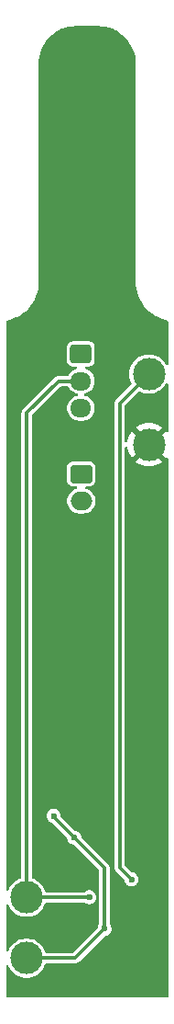
<source format=gbl>
G04 #@! TF.GenerationSoftware,KiCad,Pcbnew,7.0.10*
G04 #@! TF.CreationDate,2024-05-01T16:26:18+02:00*
G04 #@! TF.ProjectId,microscope,6d696372-6f73-4636-9f70-652e6b696361,rev?*
G04 #@! TF.SameCoordinates,Original*
G04 #@! TF.FileFunction,Copper,L2,Bot*
G04 #@! TF.FilePolarity,Positive*
%FSLAX46Y46*%
G04 Gerber Fmt 4.6, Leading zero omitted, Abs format (unit mm)*
G04 Created by KiCad (PCBNEW 7.0.10) date 2024-05-01 16:26:18*
%MOMM*%
%LPD*%
G01*
G04 APERTURE LIST*
G04 Aperture macros list*
%AMRoundRect*
0 Rectangle with rounded corners*
0 $1 Rounding radius*
0 $2 $3 $4 $5 $6 $7 $8 $9 X,Y pos of 4 corners*
0 Add a 4 corners polygon primitive as box body*
4,1,4,$2,$3,$4,$5,$6,$7,$8,$9,$2,$3,0*
0 Add four circle primitives for the rounded corners*
1,1,$1+$1,$2,$3*
1,1,$1+$1,$4,$5*
1,1,$1+$1,$6,$7*
1,1,$1+$1,$8,$9*
0 Add four rect primitives between the rounded corners*
20,1,$1+$1,$2,$3,$4,$5,0*
20,1,$1+$1,$4,$5,$6,$7,0*
20,1,$1+$1,$6,$7,$8,$9,0*
20,1,$1+$1,$8,$9,$2,$3,0*%
G04 Aperture macros list end*
G04 #@! TA.AperFunction,ComponentPad*
%ADD10RoundRect,0.250000X-0.750000X0.600000X-0.750000X-0.600000X0.750000X-0.600000X0.750000X0.600000X0*%
G04 #@! TD*
G04 #@! TA.AperFunction,ComponentPad*
%ADD11O,2.000000X1.700000*%
G04 #@! TD*
G04 #@! TA.AperFunction,ComponentPad*
%ADD12RoundRect,0.250000X-0.725000X0.600000X-0.725000X-0.600000X0.725000X-0.600000X0.725000X0.600000X0*%
G04 #@! TD*
G04 #@! TA.AperFunction,ComponentPad*
%ADD13O,1.950000X1.700000*%
G04 #@! TD*
G04 #@! TA.AperFunction,ComponentPad*
%ADD14C,3.000000*%
G04 #@! TD*
G04 #@! TA.AperFunction,ViaPad*
%ADD15C,0.600000*%
G04 #@! TD*
G04 #@! TA.AperFunction,Conductor*
%ADD16C,0.350000*%
G04 #@! TD*
G04 APERTURE END LIST*
D10*
X99450000Y-90500000D03*
D11*
X99450000Y-93000000D03*
D12*
X99425000Y-79450000D03*
D13*
X99425000Y-81950000D03*
X99425000Y-84450000D03*
D14*
X94400000Y-135100000D03*
X105700000Y-81300000D03*
X105700000Y-87800000D03*
X94400000Y-129500000D03*
D15*
X96250000Y-133250000D03*
X104500000Y-135000000D03*
X101500000Y-108500000D03*
X101500000Y-95750000D03*
X100000000Y-97000000D03*
X103500000Y-56500000D03*
X103500000Y-63250000D03*
X99500000Y-63250000D03*
X99500000Y-56500000D03*
X98800000Y-124000000D03*
X101600000Y-132400000D03*
X96900000Y-122000000D03*
X104100000Y-127850000D03*
X100200000Y-129500000D03*
D16*
X96900000Y-122000000D02*
X96900000Y-122100000D01*
X101600000Y-126800000D02*
X98800000Y-124000000D01*
X101600000Y-132400000D02*
X101600000Y-126800000D01*
X94400000Y-135100000D02*
X98900000Y-135100000D01*
X96900000Y-122100000D02*
X98800000Y-124000000D01*
X98900000Y-135100000D02*
X101600000Y-132400000D01*
X103000000Y-84000000D02*
X105700000Y-81300000D01*
X103000000Y-126750000D02*
X103000000Y-84000000D01*
X104100000Y-127850000D02*
X103000000Y-126750000D01*
X94400000Y-84900000D02*
X94400000Y-129500000D01*
X99425000Y-81950000D02*
X97350000Y-81950000D01*
X97350000Y-81950000D02*
X94400000Y-84900000D01*
X94400000Y-129500000D02*
X100200000Y-129500000D01*
G04 #@! TA.AperFunction,Conductor*
G36*
X101003032Y-49250648D02*
G01*
X101336929Y-49267052D01*
X101349037Y-49268245D01*
X101452146Y-49283539D01*
X101676699Y-49316849D01*
X101688617Y-49319219D01*
X102009951Y-49399709D01*
X102021588Y-49403240D01*
X102092806Y-49428722D01*
X102333467Y-49514832D01*
X102344688Y-49519479D01*
X102644163Y-49661120D01*
X102654871Y-49666844D01*
X102938988Y-49837137D01*
X102949106Y-49843897D01*
X103215170Y-50041224D01*
X103224576Y-50048944D01*
X103470013Y-50271395D01*
X103478604Y-50279986D01*
X103665755Y-50486475D01*
X103701055Y-50525423D01*
X103708775Y-50534829D01*
X103906102Y-50800893D01*
X103912862Y-50811011D01*
X104041776Y-51026092D01*
X104083148Y-51095116D01*
X104088885Y-51105848D01*
X104230514Y-51405297D01*
X104235170Y-51416540D01*
X104346759Y-51728411D01*
X104350292Y-51740055D01*
X104430777Y-52061369D01*
X104433151Y-52073305D01*
X104481754Y-52400962D01*
X104482947Y-52413071D01*
X104499351Y-52746966D01*
X104499500Y-52753051D01*
X104499500Y-72915460D01*
X104499510Y-72915746D01*
X104499542Y-73053847D01*
X104499542Y-73053848D01*
X104535795Y-73408699D01*
X104607920Y-73757999D01*
X104607924Y-73758016D01*
X104715184Y-74098200D01*
X104854249Y-74420589D01*
X104856463Y-74425720D01*
X104856469Y-74425733D01*
X105030293Y-74737179D01*
X105030296Y-74737183D01*
X105030298Y-74737187D01*
X105234888Y-75029373D01*
X105234893Y-75029379D01*
X105234894Y-75029380D01*
X105468118Y-75299254D01*
X105727558Y-75544024D01*
X105727564Y-75544029D01*
X106010540Y-75761164D01*
X106010552Y-75761173D01*
X106314125Y-75948420D01*
X106314151Y-75948434D01*
X106635169Y-76103850D01*
X106635176Y-76103853D01*
X106635183Y-76103856D01*
X106752912Y-76146737D01*
X106764567Y-76150982D01*
X106765396Y-76151318D01*
X106769129Y-76152676D01*
X106769130Y-76152677D01*
X107418409Y-76388978D01*
X107474673Y-76430402D01*
X107499610Y-76495670D01*
X107500000Y-76505500D01*
X107500000Y-80353917D01*
X107480315Y-80420956D01*
X107427511Y-80466711D01*
X107358353Y-80476655D01*
X107294797Y-80447630D01*
X107268613Y-80415917D01*
X107264814Y-80409338D01*
X107191815Y-80282898D01*
X107023561Y-80071915D01*
X107023560Y-80071914D01*
X107023557Y-80071910D01*
X106825741Y-79888365D01*
X106602775Y-79736349D01*
X106602769Y-79736346D01*
X106602768Y-79736345D01*
X106602767Y-79736344D01*
X106359643Y-79619263D01*
X106359645Y-79619263D01*
X106101773Y-79539720D01*
X106101767Y-79539718D01*
X105834936Y-79499500D01*
X105834929Y-79499500D01*
X105565071Y-79499500D01*
X105565063Y-79499500D01*
X105298232Y-79539718D01*
X105298226Y-79539720D01*
X105040358Y-79619262D01*
X104797230Y-79736346D01*
X104574258Y-79888365D01*
X104376442Y-80071910D01*
X104208185Y-80282898D01*
X104073258Y-80516599D01*
X104073256Y-80516603D01*
X103974666Y-80767804D01*
X103974664Y-80767811D01*
X103914616Y-81030898D01*
X103894451Y-81299995D01*
X103894451Y-81300004D01*
X103914616Y-81569101D01*
X103974664Y-81832188D01*
X103974666Y-81832195D01*
X104073256Y-82083396D01*
X104073257Y-82083398D01*
X104088232Y-82109337D01*
X104104702Y-82177237D01*
X104081849Y-82243263D01*
X104068524Y-82259015D01*
X102709345Y-83618194D01*
X102688712Y-83634823D01*
X102685413Y-83636942D01*
X102685406Y-83636949D01*
X102654663Y-83672428D01*
X102648641Y-83678898D01*
X102639718Y-83687821D01*
X102632156Y-83697922D01*
X102626613Y-83704800D01*
X102595872Y-83740278D01*
X102595868Y-83740284D01*
X102594237Y-83743856D01*
X102580725Y-83766629D01*
X102578372Y-83769772D01*
X102578370Y-83769776D01*
X102561960Y-83813771D01*
X102558575Y-83821943D01*
X102539069Y-83864658D01*
X102539068Y-83864661D01*
X102538511Y-83868537D01*
X102531959Y-83894211D01*
X102530589Y-83897883D01*
X102527237Y-83944725D01*
X102526293Y-83953508D01*
X102524500Y-83965984D01*
X102524500Y-83978577D01*
X102524184Y-83987425D01*
X102520833Y-84034268D01*
X102520833Y-84034270D01*
X102521666Y-84038099D01*
X102524500Y-84064458D01*
X102524500Y-126685542D01*
X102521666Y-126711899D01*
X102520833Y-126715725D01*
X102520833Y-126715730D01*
X102524184Y-126762573D01*
X102524500Y-126771421D01*
X102524500Y-126784004D01*
X102524501Y-126784019D01*
X102526293Y-126796494D01*
X102527237Y-126805273D01*
X102530589Y-126852113D01*
X102530591Y-126852122D01*
X102531959Y-126855791D01*
X102538509Y-126881455D01*
X102539067Y-126885337D01*
X102539068Y-126885341D01*
X102539069Y-126885342D01*
X102558581Y-126928068D01*
X102561959Y-126936223D01*
X102578371Y-126980227D01*
X102580718Y-126983362D01*
X102594241Y-127006152D01*
X102595870Y-127009718D01*
X102626625Y-127045211D01*
X102632169Y-127052092D01*
X102639721Y-127062180D01*
X102648638Y-127071097D01*
X102654645Y-127077548D01*
X102685411Y-127113055D01*
X102685413Y-127113056D01*
X102685414Y-127113057D01*
X102685415Y-127113058D01*
X102688704Y-127115172D01*
X102709349Y-127131808D01*
X103416838Y-127839297D01*
X103450323Y-127900620D01*
X103452253Y-127912031D01*
X103463762Y-128006815D01*
X103463763Y-128006821D01*
X103519780Y-128154523D01*
X103609517Y-128284530D01*
X103727760Y-128389283D01*
X103727762Y-128389284D01*
X103867634Y-128462696D01*
X104021014Y-128500500D01*
X104021015Y-128500500D01*
X104178985Y-128500500D01*
X104332365Y-128462696D01*
X104472240Y-128389283D01*
X104590483Y-128284530D01*
X104680220Y-128154523D01*
X104736237Y-128006818D01*
X104755278Y-127850000D01*
X104753979Y-127839297D01*
X104736237Y-127693181D01*
X104714992Y-127637164D01*
X104680220Y-127545477D01*
X104590483Y-127415470D01*
X104472240Y-127310717D01*
X104472238Y-127310716D01*
X104472237Y-127310715D01*
X104332365Y-127237303D01*
X104178986Y-127199500D01*
X104178985Y-127199500D01*
X104173321Y-127199500D01*
X104106282Y-127179815D01*
X104085640Y-127163181D01*
X103511819Y-126589360D01*
X103478334Y-126528037D01*
X103475500Y-126501679D01*
X103475500Y-88136385D01*
X103495185Y-88069346D01*
X103547989Y-88023591D01*
X103617147Y-88013647D01*
X103680703Y-88042672D01*
X103718477Y-88101450D01*
X103720666Y-88110027D01*
X103776109Y-88364895D01*
X103876091Y-88632958D01*
X104013191Y-88884038D01*
X104013196Y-88884046D01*
X104119882Y-89026561D01*
X104119883Y-89026562D01*
X104838348Y-88308096D01*
X104905146Y-88415263D01*
X105045268Y-88562671D01*
X105190085Y-88663467D01*
X104473436Y-89380115D01*
X104615960Y-89486807D01*
X104615961Y-89486808D01*
X104867042Y-89623908D01*
X104867041Y-89623908D01*
X105135104Y-89723890D01*
X105414637Y-89784699D01*
X105699999Y-89805109D01*
X105700001Y-89805109D01*
X105985362Y-89784699D01*
X106264895Y-89723890D01*
X106532958Y-89623908D01*
X106784047Y-89486803D01*
X106926561Y-89380116D01*
X106926562Y-89380115D01*
X106208125Y-88661678D01*
X106274214Y-88624996D01*
X106428531Y-88492520D01*
X106553021Y-88331692D01*
X106563625Y-88310072D01*
X107280115Y-89026562D01*
X107283048Y-89026352D01*
X107332667Y-88989209D01*
X107402359Y-88984225D01*
X107463682Y-89017710D01*
X107497166Y-89079033D01*
X107500000Y-89105391D01*
X107500000Y-138625500D01*
X107480315Y-138692539D01*
X107427511Y-138738294D01*
X107376000Y-138749500D01*
X92624000Y-138749500D01*
X92556961Y-138729815D01*
X92511206Y-138677011D01*
X92500000Y-138625500D01*
X92500000Y-135842507D01*
X92519685Y-135775468D01*
X92572489Y-135729713D01*
X92641647Y-135719769D01*
X92705203Y-135748794D01*
X92739428Y-135797204D01*
X92773254Y-135883392D01*
X92773257Y-135883398D01*
X92908185Y-136117102D01*
X93044080Y-136287509D01*
X93076442Y-136328089D01*
X93263183Y-136501358D01*
X93274259Y-136511635D01*
X93497226Y-136663651D01*
X93740359Y-136780738D01*
X93998228Y-136860280D01*
X93998229Y-136860280D01*
X93998232Y-136860281D01*
X94265063Y-136900499D01*
X94265068Y-136900499D01*
X94265071Y-136900500D01*
X94265072Y-136900500D01*
X94534928Y-136900500D01*
X94534929Y-136900500D01*
X94534936Y-136900499D01*
X94801767Y-136860281D01*
X94801768Y-136860280D01*
X94801772Y-136860280D01*
X95059641Y-136780738D01*
X95302775Y-136663651D01*
X95525741Y-136511635D01*
X95723561Y-136328085D01*
X95891815Y-136117102D01*
X96026743Y-135883398D01*
X96116698Y-135654197D01*
X96159514Y-135598984D01*
X96225384Y-135575683D01*
X96232126Y-135575500D01*
X98835542Y-135575500D01*
X98861898Y-135578333D01*
X98865729Y-135579167D01*
X98912575Y-135575815D01*
X98921423Y-135575500D01*
X98934011Y-135575500D01*
X98946485Y-135573706D01*
X98955266Y-135572761D01*
X99002115Y-135569411D01*
X99005781Y-135568043D01*
X99031469Y-135561487D01*
X99035342Y-135560931D01*
X99078072Y-135541415D01*
X99086207Y-135538045D01*
X99130226Y-135521629D01*
X99133358Y-135519283D01*
X99156158Y-135505756D01*
X99157731Y-135505037D01*
X99159718Y-135504130D01*
X99195206Y-135473378D01*
X99202084Y-135467835D01*
X99212180Y-135460279D01*
X99221098Y-135451360D01*
X99227565Y-135445340D01*
X99263055Y-135414589D01*
X99265171Y-135411295D01*
X99281803Y-135390654D01*
X101585640Y-133086819D01*
X101646963Y-133053334D01*
X101673321Y-133050500D01*
X101678985Y-133050500D01*
X101832365Y-133012696D01*
X101972240Y-132939283D01*
X102090483Y-132834530D01*
X102180220Y-132704523D01*
X102236237Y-132556818D01*
X102255278Y-132400000D01*
X102252904Y-132380444D01*
X102236237Y-132243181D01*
X102214992Y-132187164D01*
X102180220Y-132095477D01*
X102097450Y-131975563D01*
X102075567Y-131909208D01*
X102075500Y-131905123D01*
X102075500Y-126864458D01*
X102078334Y-126838099D01*
X102079167Y-126834270D01*
X102079166Y-126834269D01*
X102075815Y-126787424D01*
X102075500Y-126778577D01*
X102075500Y-126765990D01*
X102075500Y-126765989D01*
X102073706Y-126753514D01*
X102072762Y-126744735D01*
X102069411Y-126697885D01*
X102068044Y-126694221D01*
X102061487Y-126668530D01*
X102060931Y-126664658D01*
X102041419Y-126621934D01*
X102038042Y-126613783D01*
X102021629Y-126569774D01*
X102019278Y-126566634D01*
X102005756Y-126543844D01*
X102004130Y-126540282D01*
X101973379Y-126504793D01*
X101967825Y-126497900D01*
X101960286Y-126487829D01*
X101960284Y-126487826D01*
X101960279Y-126487820D01*
X101951372Y-126478913D01*
X101945354Y-126472450D01*
X101914589Y-126436945D01*
X101911291Y-126434825D01*
X101890651Y-126418192D01*
X99483160Y-124010701D01*
X99449675Y-123949378D01*
X99447745Y-123937965D01*
X99436237Y-123843181D01*
X99414992Y-123787164D01*
X99380220Y-123695477D01*
X99290483Y-123565470D01*
X99172240Y-123460717D01*
X99172238Y-123460716D01*
X99172237Y-123460715D01*
X99032365Y-123387303D01*
X98878986Y-123349500D01*
X98878985Y-123349500D01*
X98873321Y-123349500D01*
X98806282Y-123329815D01*
X98785640Y-123313181D01*
X97589003Y-122116544D01*
X97555518Y-122055221D01*
X97553588Y-122013915D01*
X97555278Y-122000000D01*
X97536237Y-121843182D01*
X97480220Y-121695477D01*
X97390483Y-121565470D01*
X97272240Y-121460717D01*
X97272238Y-121460716D01*
X97272237Y-121460715D01*
X97132365Y-121387303D01*
X96978986Y-121349500D01*
X96978985Y-121349500D01*
X96821015Y-121349500D01*
X96821014Y-121349500D01*
X96667634Y-121387303D01*
X96527762Y-121460715D01*
X96409516Y-121565471D01*
X96319781Y-121695475D01*
X96319780Y-121695476D01*
X96263762Y-121843181D01*
X96244722Y-121999999D01*
X96244722Y-122000000D01*
X96263762Y-122156818D01*
X96319780Y-122304523D01*
X96409517Y-122434530D01*
X96527760Y-122539283D01*
X96667635Y-122612696D01*
X96730419Y-122628170D01*
X96788427Y-122660886D01*
X98116838Y-123989297D01*
X98150323Y-124050620D01*
X98152253Y-124062031D01*
X98163762Y-124156815D01*
X98163763Y-124156821D01*
X98219780Y-124304523D01*
X98309517Y-124434530D01*
X98427760Y-124539283D01*
X98427762Y-124539284D01*
X98567634Y-124612696D01*
X98721014Y-124650500D01*
X98721015Y-124650500D01*
X98726679Y-124650500D01*
X98793718Y-124670185D01*
X98814360Y-124686819D01*
X101088181Y-126960640D01*
X101121666Y-127021963D01*
X101124500Y-127048321D01*
X101124500Y-131905123D01*
X101104815Y-131972162D01*
X101102550Y-131975563D01*
X101019781Y-132095475D01*
X101019780Y-132095476D01*
X100963763Y-132243178D01*
X100963762Y-132243183D01*
X100952253Y-132337968D01*
X100924630Y-132402145D01*
X100916838Y-132410701D01*
X98739360Y-134588181D01*
X98678037Y-134621666D01*
X98651679Y-134624500D01*
X96232126Y-134624500D01*
X96165087Y-134604815D01*
X96119332Y-134552011D01*
X96116698Y-134545802D01*
X96085102Y-134465298D01*
X96026743Y-134316602D01*
X95891815Y-134082898D01*
X95723561Y-133871915D01*
X95723560Y-133871914D01*
X95723557Y-133871910D01*
X95525741Y-133688365D01*
X95302775Y-133536349D01*
X95302769Y-133536346D01*
X95302768Y-133536345D01*
X95302767Y-133536344D01*
X95059643Y-133419263D01*
X95059645Y-133419263D01*
X94801773Y-133339720D01*
X94801767Y-133339718D01*
X94534936Y-133299500D01*
X94534929Y-133299500D01*
X94265071Y-133299500D01*
X94265063Y-133299500D01*
X93998232Y-133339718D01*
X93998226Y-133339720D01*
X93740358Y-133419262D01*
X93497230Y-133536346D01*
X93274258Y-133688365D01*
X93076442Y-133871910D01*
X92908185Y-134082898D01*
X92773258Y-134316599D01*
X92773256Y-134316603D01*
X92739428Y-134402795D01*
X92696612Y-134458008D01*
X92630741Y-134481309D01*
X92562731Y-134465298D01*
X92514173Y-134415060D01*
X92500000Y-134357492D01*
X92500000Y-130242507D01*
X92519685Y-130175468D01*
X92572489Y-130129713D01*
X92641647Y-130119769D01*
X92705203Y-130148794D01*
X92739428Y-130197204D01*
X92773254Y-130283392D01*
X92773257Y-130283398D01*
X92908185Y-130517102D01*
X93044080Y-130687509D01*
X93076442Y-130728089D01*
X93263183Y-130901358D01*
X93274259Y-130911635D01*
X93497226Y-131063651D01*
X93740359Y-131180738D01*
X93998228Y-131260280D01*
X93998229Y-131260280D01*
X93998232Y-131260281D01*
X94265063Y-131300499D01*
X94265068Y-131300499D01*
X94265071Y-131300500D01*
X94265072Y-131300500D01*
X94534928Y-131300500D01*
X94534929Y-131300500D01*
X94534936Y-131300499D01*
X94801767Y-131260281D01*
X94801768Y-131260280D01*
X94801772Y-131260280D01*
X95059641Y-131180738D01*
X95302775Y-131063651D01*
X95525741Y-130911635D01*
X95723561Y-130728085D01*
X95891815Y-130517102D01*
X96026743Y-130283398D01*
X96116698Y-130054197D01*
X96159514Y-129998984D01*
X96225384Y-129975683D01*
X96232126Y-129975500D01*
X99708736Y-129975500D01*
X99775775Y-129995185D01*
X99790962Y-130006684D01*
X99827759Y-130039282D01*
X99827761Y-130039284D01*
X99967634Y-130112696D01*
X100121014Y-130150500D01*
X100121015Y-130150500D01*
X100278985Y-130150500D01*
X100432365Y-130112696D01*
X100572240Y-130039283D01*
X100690483Y-129934530D01*
X100780220Y-129804523D01*
X100836237Y-129656818D01*
X100855278Y-129500000D01*
X100836237Y-129343182D01*
X100780220Y-129195477D01*
X100690483Y-129065470D01*
X100572240Y-128960717D01*
X100572238Y-128960716D01*
X100572237Y-128960715D01*
X100432365Y-128887303D01*
X100278986Y-128849500D01*
X100278985Y-128849500D01*
X100121015Y-128849500D01*
X100121014Y-128849500D01*
X99967634Y-128887303D01*
X99827761Y-128960715D01*
X99827759Y-128960717D01*
X99790962Y-128993316D01*
X99727729Y-129023037D01*
X99708736Y-129024500D01*
X96232126Y-129024500D01*
X96165087Y-129004815D01*
X96119332Y-128952011D01*
X96116698Y-128945802D01*
X96085102Y-128865298D01*
X96026743Y-128716602D01*
X95891815Y-128482898D01*
X95723561Y-128271915D01*
X95723560Y-128271914D01*
X95723557Y-128271910D01*
X95525741Y-128088365D01*
X95406138Y-128006821D01*
X95302775Y-127936349D01*
X95302769Y-127936346D01*
X95302768Y-127936345D01*
X95302767Y-127936344D01*
X95059643Y-127819263D01*
X95059645Y-127819263D01*
X95011529Y-127804421D01*
X94962949Y-127789436D01*
X94904691Y-127750866D01*
X94876533Y-127686922D01*
X94875500Y-127670946D01*
X94875500Y-93106610D01*
X98149500Y-93106610D01*
X98188679Y-93316198D01*
X98265702Y-93515019D01*
X98377948Y-93696302D01*
X98521593Y-93853872D01*
X98691746Y-93982367D01*
X98882606Y-94077403D01*
X98882608Y-94077403D01*
X98882611Y-94077405D01*
X99087690Y-94135756D01*
X99246806Y-94150500D01*
X99246810Y-94150500D01*
X99653190Y-94150500D01*
X99653194Y-94150500D01*
X99812310Y-94135756D01*
X100017389Y-94077405D01*
X100017393Y-94077403D01*
X100017394Y-94077403D01*
X100208253Y-93982367D01*
X100208253Y-93982366D01*
X100208255Y-93982366D01*
X100378407Y-93853872D01*
X100522052Y-93696302D01*
X100634298Y-93515019D01*
X100711321Y-93316198D01*
X100750500Y-93106610D01*
X100750500Y-92893390D01*
X100711321Y-92683802D01*
X100634298Y-92484981D01*
X100522052Y-92303698D01*
X100378407Y-92146128D01*
X100378406Y-92146127D01*
X100208253Y-92017632D01*
X100017393Y-91922596D01*
X99916067Y-91893766D01*
X99856974Y-91856486D01*
X99827417Y-91793177D01*
X99836779Y-91723937D01*
X99882089Y-91670751D01*
X99948961Y-91650504D01*
X99950002Y-91650500D01*
X100243097Y-91650500D01*
X100243102Y-91650500D01*
X100331564Y-91639877D01*
X100472342Y-91584361D01*
X100592922Y-91492922D01*
X100684361Y-91372342D01*
X100739877Y-91231564D01*
X100750500Y-91143102D01*
X100750500Y-89856898D01*
X100739877Y-89768436D01*
X100684361Y-89627658D01*
X100684360Y-89627657D01*
X100684360Y-89627656D01*
X100592922Y-89507077D01*
X100472343Y-89415639D01*
X100331561Y-89360122D01*
X100285926Y-89354642D01*
X100243102Y-89349500D01*
X98656898Y-89349500D01*
X98617853Y-89354188D01*
X98568438Y-89360122D01*
X98427656Y-89415639D01*
X98307077Y-89507077D01*
X98215639Y-89627656D01*
X98160122Y-89768438D01*
X98158170Y-89784699D01*
X98149500Y-89856898D01*
X98149500Y-91143102D01*
X98155126Y-91189954D01*
X98160122Y-91231561D01*
X98215639Y-91372343D01*
X98307077Y-91492922D01*
X98427656Y-91584360D01*
X98427657Y-91584360D01*
X98427658Y-91584361D01*
X98568436Y-91639877D01*
X98656898Y-91650500D01*
X98656903Y-91650500D01*
X98949998Y-91650500D01*
X99017037Y-91670185D01*
X99062792Y-91722989D01*
X99072736Y-91792147D01*
X99043711Y-91855703D01*
X98984933Y-91893477D01*
X98983933Y-91893766D01*
X98882607Y-91922596D01*
X98882605Y-91922596D01*
X98691746Y-92017632D01*
X98521593Y-92146127D01*
X98377947Y-92303699D01*
X98265702Y-92484980D01*
X98265701Y-92484982D01*
X98188680Y-92683799D01*
X98188679Y-92683802D01*
X98149500Y-92893390D01*
X98149500Y-93106610D01*
X94875500Y-93106610D01*
X94875500Y-85148321D01*
X94895185Y-85081282D01*
X94911819Y-85060640D01*
X97510640Y-82461819D01*
X97571963Y-82428334D01*
X97598321Y-82425500D01*
X98172165Y-82425500D01*
X98239204Y-82445185D01*
X98277592Y-82484222D01*
X98377948Y-82646302D01*
X98521593Y-82803872D01*
X98691746Y-82932367D01*
X98882606Y-83027403D01*
X98882608Y-83027403D01*
X98882611Y-83027405D01*
X98998149Y-83060279D01*
X99070039Y-83080734D01*
X99129132Y-83118014D01*
X99158689Y-83181324D01*
X99149327Y-83250563D01*
X99104017Y-83303749D01*
X99070039Y-83319266D01*
X98882607Y-83372596D01*
X98882605Y-83372596D01*
X98691746Y-83467632D01*
X98521593Y-83596127D01*
X98377947Y-83753699D01*
X98265702Y-83934980D01*
X98265701Y-83934982D01*
X98188680Y-84133799D01*
X98188679Y-84133802D01*
X98149500Y-84343390D01*
X98149500Y-84556610D01*
X98188679Y-84766198D01*
X98188680Y-84766200D01*
X98265484Y-84964458D01*
X98265702Y-84965019D01*
X98377948Y-85146302D01*
X98379789Y-85148321D01*
X98521593Y-85303872D01*
X98691746Y-85432367D01*
X98882606Y-85527403D01*
X98882608Y-85527403D01*
X98882611Y-85527405D01*
X99087690Y-85585756D01*
X99246806Y-85600500D01*
X99246810Y-85600500D01*
X99603190Y-85600500D01*
X99603194Y-85600500D01*
X99762310Y-85585756D01*
X99967389Y-85527405D01*
X99967393Y-85527403D01*
X99967394Y-85527403D01*
X100158253Y-85432367D01*
X100158253Y-85432366D01*
X100158255Y-85432366D01*
X100328407Y-85303872D01*
X100472052Y-85146302D01*
X100584298Y-84965019D01*
X100661321Y-84766198D01*
X100700500Y-84556610D01*
X100700500Y-84343390D01*
X100661321Y-84133802D01*
X100584298Y-83934981D01*
X100472052Y-83753698D01*
X100328407Y-83596128D01*
X100328406Y-83596127D01*
X100158253Y-83467632D01*
X99967393Y-83372596D01*
X99779960Y-83319266D01*
X99720867Y-83281986D01*
X99691310Y-83218677D01*
X99700672Y-83149437D01*
X99745982Y-83096251D01*
X99779960Y-83080734D01*
X99967389Y-83027405D01*
X99967393Y-83027403D01*
X99967394Y-83027403D01*
X100158253Y-82932367D01*
X100158253Y-82932366D01*
X100158255Y-82932366D01*
X100328407Y-82803872D01*
X100472052Y-82646302D01*
X100584298Y-82465019D01*
X100661321Y-82266198D01*
X100700500Y-82056610D01*
X100700500Y-81843390D01*
X100661321Y-81633802D01*
X100584298Y-81434981D01*
X100472052Y-81253698D01*
X100328407Y-81096128D01*
X100328406Y-81096127D01*
X100158253Y-80967632D01*
X99967393Y-80872596D01*
X99866067Y-80843766D01*
X99806974Y-80806486D01*
X99777417Y-80743177D01*
X99786779Y-80673937D01*
X99832089Y-80620751D01*
X99898961Y-80600504D01*
X99900002Y-80600500D01*
X100193097Y-80600500D01*
X100193102Y-80600500D01*
X100281564Y-80589877D01*
X100422342Y-80534361D01*
X100542922Y-80442922D01*
X100634361Y-80322342D01*
X100689877Y-80181564D01*
X100700500Y-80093102D01*
X100700500Y-78806898D01*
X100689877Y-78718436D01*
X100634361Y-78577658D01*
X100634360Y-78577657D01*
X100634360Y-78577656D01*
X100542922Y-78457077D01*
X100422343Y-78365639D01*
X100281561Y-78310122D01*
X100235926Y-78304642D01*
X100193102Y-78299500D01*
X98656898Y-78299500D01*
X98617853Y-78304188D01*
X98568438Y-78310122D01*
X98427656Y-78365639D01*
X98307077Y-78457077D01*
X98215639Y-78577656D01*
X98160122Y-78718438D01*
X98154188Y-78767853D01*
X98149500Y-78806898D01*
X98149500Y-80093102D01*
X98155126Y-80139954D01*
X98160122Y-80181561D01*
X98215639Y-80322343D01*
X98307077Y-80442922D01*
X98427656Y-80534360D01*
X98427657Y-80534360D01*
X98427658Y-80534361D01*
X98568436Y-80589877D01*
X98656898Y-80600500D01*
X98656903Y-80600500D01*
X98949998Y-80600500D01*
X99017037Y-80620185D01*
X99062792Y-80672989D01*
X99072736Y-80742147D01*
X99043711Y-80805703D01*
X98984933Y-80843477D01*
X98983933Y-80843766D01*
X98882607Y-80872596D01*
X98882605Y-80872596D01*
X98691746Y-80967632D01*
X98521593Y-81096127D01*
X98377947Y-81253699D01*
X98277592Y-81415778D01*
X98225564Y-81462413D01*
X98172165Y-81474500D01*
X97414458Y-81474500D01*
X97388101Y-81471666D01*
X97384271Y-81470833D01*
X97384268Y-81470833D01*
X97337425Y-81474184D01*
X97328577Y-81474500D01*
X97315984Y-81474500D01*
X97303508Y-81476293D01*
X97294725Y-81477237D01*
X97247883Y-81480589D01*
X97244211Y-81481959D01*
X97218537Y-81488511D01*
X97214661Y-81489068D01*
X97214658Y-81489069D01*
X97171943Y-81508575D01*
X97163771Y-81511960D01*
X97119776Y-81528370D01*
X97119772Y-81528372D01*
X97116629Y-81530725D01*
X97093856Y-81544237D01*
X97090284Y-81545868D01*
X97090278Y-81545872D01*
X97054800Y-81576613D01*
X97047922Y-81582156D01*
X97037821Y-81589718D01*
X97028898Y-81598641D01*
X97022428Y-81604663D01*
X96986949Y-81635406D01*
X96986942Y-81635413D01*
X96984823Y-81638712D01*
X96968194Y-81659345D01*
X94109345Y-84518194D01*
X94088712Y-84534823D01*
X94085413Y-84536942D01*
X94085406Y-84536949D01*
X94054663Y-84572428D01*
X94048641Y-84578898D01*
X94039718Y-84587821D01*
X94032156Y-84597922D01*
X94026613Y-84604800D01*
X93995872Y-84640278D01*
X93995868Y-84640284D01*
X93994237Y-84643856D01*
X93980725Y-84666629D01*
X93978372Y-84669772D01*
X93978370Y-84669776D01*
X93961960Y-84713771D01*
X93958575Y-84721943D01*
X93939069Y-84764658D01*
X93939068Y-84764661D01*
X93938511Y-84768537D01*
X93931959Y-84794211D01*
X93930589Y-84797883D01*
X93927237Y-84844725D01*
X93926293Y-84853508D01*
X93924500Y-84865984D01*
X93924500Y-84878577D01*
X93924184Y-84887425D01*
X93920833Y-84934268D01*
X93920833Y-84934270D01*
X93921666Y-84938099D01*
X93924500Y-84964458D01*
X93924500Y-127670946D01*
X93904815Y-127737985D01*
X93852011Y-127783740D01*
X93837053Y-127789435D01*
X93795128Y-127802367D01*
X93740358Y-127819262D01*
X93497230Y-127936346D01*
X93274258Y-128088365D01*
X93076442Y-128271910D01*
X92908185Y-128482898D01*
X92773258Y-128716599D01*
X92773256Y-128716603D01*
X92739428Y-128802795D01*
X92696612Y-128858008D01*
X92630741Y-128881309D01*
X92562731Y-128865298D01*
X92514173Y-128815060D01*
X92500000Y-128757492D01*
X92500000Y-76505500D01*
X92519685Y-76438461D01*
X92572489Y-76392706D01*
X92581578Y-76388982D01*
X93230870Y-76152677D01*
X93230871Y-76152676D01*
X93234697Y-76151284D01*
X93235469Y-76150969D01*
X93364818Y-76103857D01*
X93502409Y-76037244D01*
X93685849Y-75948435D01*
X93685853Y-75948432D01*
X93685865Y-75948427D01*
X93685877Y-75948420D01*
X93989447Y-75761174D01*
X93989446Y-75761174D01*
X93989452Y-75761171D01*
X94272436Y-75544030D01*
X94272440Y-75544025D01*
X94272443Y-75544024D01*
X94381707Y-75440938D01*
X94531885Y-75299253D01*
X94765112Y-75029374D01*
X94969703Y-74737188D01*
X95143538Y-74425722D01*
X95284817Y-74098200D01*
X95392077Y-73758016D01*
X95464206Y-73408692D01*
X95500459Y-73053846D01*
X95500489Y-72916235D01*
X95500500Y-72916000D01*
X95500500Y-52753051D01*
X95500649Y-52746967D01*
X95517052Y-52413072D01*
X95518245Y-52400962D01*
X95566849Y-52073296D01*
X95569218Y-52061385D01*
X95649710Y-51740043D01*
X95653240Y-51728411D01*
X95764835Y-51416525D01*
X95769476Y-51405318D01*
X95911124Y-51105828D01*
X95916840Y-51095136D01*
X96087145Y-50810998D01*
X96093888Y-50800905D01*
X96291232Y-50534818D01*
X96298935Y-50525433D01*
X96521405Y-50279975D01*
X96529975Y-50271405D01*
X96775433Y-50048935D01*
X96784818Y-50041232D01*
X97050905Y-49843888D01*
X97060998Y-49837145D01*
X97345136Y-49666840D01*
X97355828Y-49661124D01*
X97655318Y-49519476D01*
X97666525Y-49514835D01*
X97978412Y-49403239D01*
X97990043Y-49399710D01*
X98311385Y-49319218D01*
X98323296Y-49316849D01*
X98650962Y-49268244D01*
X98663068Y-49267052D01*
X98996967Y-49250648D01*
X99003051Y-49250500D01*
X99065892Y-49250500D01*
X100934108Y-49250500D01*
X100996949Y-49250500D01*
X101003032Y-49250648D01*
G37*
G04 #@! TD.AperFunction*
G04 #@! TA.AperFunction,Conductor*
G36*
X107452651Y-82148611D02*
G01*
X107493180Y-82205525D01*
X107500000Y-82246082D01*
X107500000Y-86494608D01*
X107480315Y-86561647D01*
X107427511Y-86607402D01*
X107358353Y-86617346D01*
X107294797Y-86588321D01*
X107280998Y-86573500D01*
X107280115Y-86573436D01*
X106561650Y-87291901D01*
X106494854Y-87184737D01*
X106354732Y-87037329D01*
X106209913Y-86936532D01*
X106926562Y-86219883D01*
X106926561Y-86219882D01*
X106784046Y-86113196D01*
X106784038Y-86113191D01*
X106532957Y-85976091D01*
X106532958Y-85976091D01*
X106264895Y-85876109D01*
X105985362Y-85815300D01*
X105700001Y-85794891D01*
X105699999Y-85794891D01*
X105414637Y-85815300D01*
X105135104Y-85876109D01*
X104867041Y-85976091D01*
X104615961Y-86113191D01*
X104615953Y-86113196D01*
X104473437Y-86219882D01*
X104473436Y-86219883D01*
X105191874Y-86938321D01*
X105125786Y-86975004D01*
X104971469Y-87107480D01*
X104846979Y-87268308D01*
X104836374Y-87289927D01*
X104119883Y-86573436D01*
X104119882Y-86573437D01*
X104013196Y-86715953D01*
X104013191Y-86715961D01*
X103876091Y-86967041D01*
X103776109Y-87235104D01*
X103720666Y-87489972D01*
X103687181Y-87551295D01*
X103625858Y-87584780D01*
X103556166Y-87579796D01*
X103500233Y-87537924D01*
X103475816Y-87472460D01*
X103475500Y-87463614D01*
X103475500Y-84248320D01*
X103495185Y-84181281D01*
X103511814Y-84160644D01*
X104742831Y-82929626D01*
X104804152Y-82896143D01*
X104873844Y-82901127D01*
X104884308Y-82905587D01*
X105040359Y-82980738D01*
X105298228Y-83060280D01*
X105298229Y-83060280D01*
X105298232Y-83060281D01*
X105565063Y-83100499D01*
X105565068Y-83100499D01*
X105565071Y-83100500D01*
X105565072Y-83100500D01*
X105834928Y-83100500D01*
X105834929Y-83100500D01*
X105834936Y-83100499D01*
X106101767Y-83060281D01*
X106101768Y-83060280D01*
X106101772Y-83060280D01*
X106359641Y-82980738D01*
X106602775Y-82863651D01*
X106825741Y-82711635D01*
X107023561Y-82528085D01*
X107191815Y-82317102D01*
X107268613Y-82184083D01*
X107319179Y-82135867D01*
X107387786Y-82122643D01*
X107452651Y-82148611D01*
G37*
G04 #@! TD.AperFunction*
M02*

</source>
